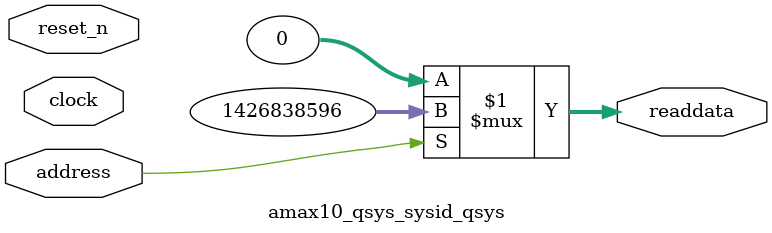
<source format=v>

`timescale 1ns / 1ps
// synthesis translate_on

// turn off superfluous verilog processor warnings 
// altera message_level Level1 
// altera message_off 10034 10035 10036 10037 10230 10240 10030 

module amax10_qsys_sysid_qsys (
               // inputs:
                address,
                clock,
                reset_n,

               // outputs:
                readdata
             )
;

  output  [ 31: 0] readdata;
  input            address;
  input            clock;
  input            reset_n;

  wire    [ 31: 0] readdata;
  //control_slave, which is an e_avalon_slave
  assign readdata = address ? 1426838596 : 0;

endmodule




</source>
